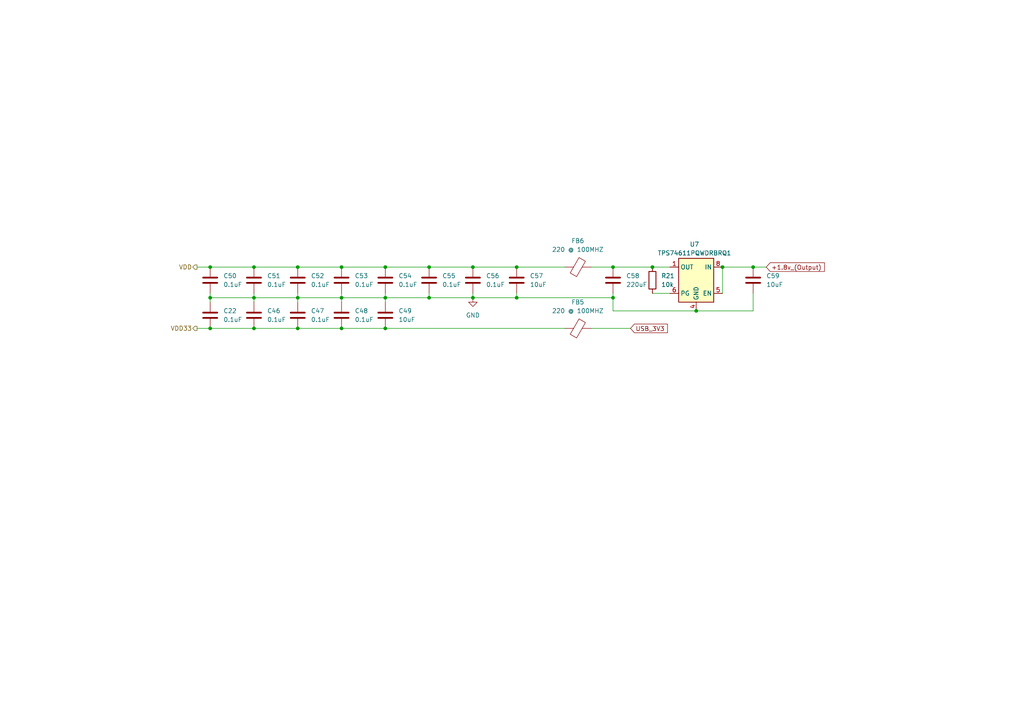
<source format=kicad_sch>
(kicad_sch (version 20250114) (generator "eeschema") (generator_version "9.0")
  (paper "A4")
  (lib_symbols
    (symbol "Device:C" (pin_numbers (hide yes)) (pin_names (offset 0.254))
      (property "Reference" "C" (at 0.635 2.54 0))
      (property "Value" "C" (at 0.635 -2.54 0))
      (symbol "C_0_1"
        (polyline (pts (xy -2.032 0.762) (xy 2.032 0.762)) (stroke (width 0.508)))
        (polyline (pts (xy -2.032 -0.762) (xy 2.032 -0.762)) (stroke (width 0.508)))
      )
      (symbol "C_1_1"
        (pin passive line (at 0 3.81 270) (length 2.794) (name "~") (number "1"))
        (pin passive line (at 0 -3.81 90) (length 2.794) (name "~") (number "2"))
      )
    )
    (symbol "Device:FerriteBead" (pin_numbers (hide yes)) (pin_names (offset 0))
      (property "Reference" "FB" (at -3.81 0.635 90))
      (property "Value" "FerriteBead" (at 3.81 0 90))
      (symbol "FerriteBead_0_1"
        (polyline (pts (xy -2.7686 0.4064) (xy -1.7018 2.2606) (xy 2.7686 -0.3048) (xy 1.6764 -2.159) (xy -2.7686 0.4064)))
        (polyline (pts (xy 0 1.27) (xy 0 1.2954)))
        (polyline (pts (xy 0 -1.27) (xy 0 -1.2192)))
      )
      (symbol "FerriteBead_1_1"
        (pin passive line (at 0 3.81 270) (length 2.54) (name "~") (number "1"))
        (pin passive line (at 0 -3.81 90) (length 2.54) (name "~") (number "2"))
      )
    )
    (symbol "Device:R" (pin_numbers (hide yes)) (pin_names (offset 0))
      (property "Reference" "R" (at 2.032 0 90))
      (property "Value" "R" (at 0 0 90))
      (symbol "R_0_1"
        (rectangle (start -1.016 -2.54) (end 1.016 2.54) (stroke (width 0.254)))
      )
      (symbol "R_1_1"
        (pin passive line (at 0 3.81 270) (length 1.27) (name "~") (number "1"))
        (pin passive line (at 0 -3.81 90) (length 1.27) (name "~") (number "2"))
      )
    )
    (symbol "Regulator_Linear:LM1117LD-1.8"
      (property "Reference" "U7" (at 0.508 11.684 0))
      (property "Value" "TPS74611PQWDRBRQ1" (at 0.508 9.144 0))
      (symbol "LM1117LD-1.8_0_1"
        (rectangle (start -5.08 7.62) (end 5.08 -5.08) (stroke (width 0.254)) (fill (type background)))
      )
      (symbol "LM1117LD-1.8_1_1"
        (pin power_in line (at -7.62 5.08 0) (length 2.54) (name "IN") (number "8"))
        (pin no_connect line (at -7.62 2.54 0) (length 2.54) (hide yes) (name "NC") (number "2"))
        (pin no_connect line (at -7.62 0 0) (length 2.54) (hide yes) (name "NC") (number "3"))
        (pin input line (at -7.62 -2.54 0) (length 2.54) (name "EN") (number "5"))
        (pin power_in line (at 0 -7.62 90) (length 2.54) (name "GND") (number "4"))
        (pin power_out line (at 7.62 5.08 180) (length 2.54) (name "OUT") (number "1"))
        (pin no_connect line (at 7.62 2.54 180) (length 2.54) (hide yes) (name "NC") (number "7"))
        (pin input line (at 7.62 -2.54 180) (length 2.54) (name "PG") (number "6"))
      )
    )
    (symbol "power:GND" (power) (pin_numbers (hide yes)) (pin_names (offset 0) (hide yes))
      (property "Value" "GND" (at 0 -3.81 0))
      (symbol "GND_0_1"
        (polyline (pts (xy 0 0) (xy 0 -1.27) (xy 1.27 -1.27) (xy 0 -2.54) (xy -1.27 -1.27) (xy 0 -1.27)))
      )
      (symbol "GND_1_1"
        (pin power_in line (at 0 0 270) (length 0) (name "~") (number "1"))
      )
    )
  )
  (junction (at 137.16 86.36))
  (junction (at 73.66 77.47))
  (junction (at 149.86 86.36))
  (junction (at 86.36 95.25))
  (junction (at 111.76 86.36))
  (junction (at 111.76 77.47))
  (junction (at 99.06 95.25))
  (junction (at 73.66 95.25))
  (junction (at 99.06 77.47))
  (junction (at 209.55 77.47))
  (junction (at 177.8 77.47))
  (junction (at 86.36 86.36))
  (junction (at 86.36 77.47))
  (junction (at 149.86 77.47))
  (junction (at 111.76 95.25))
  (junction (at 73.66 86.36))
  (junction (at 124.46 86.36))
  (junction (at 124.46 77.47))
  (junction (at 137.16 77.47))
  (junction (at 218.44 77.47))
  (junction (at 60.96 77.47))
  (junction (at 60.96 86.36))
  (junction (at 99.06 86.36))
  (junction (at 189.23 77.47))
  (junction (at 177.8 86.36))
  (junction (at 201.93 90.17))
  (junction (at 60.96 95.25))
  (wire (pts (xy 177.8 85.09) (xy 177.8 86.36)))
  (wire (pts (xy 149.86 86.36) (xy 149.86 85.09)))
  (wire (pts (xy 149.86 77.47) (xy 163.83 77.47)))
  (wire (pts (xy 218.44 77.47) (xy 209.55 77.47)))
  (wire (pts (xy 111.76 86.36) (xy 124.46 86.36)))
  (wire (pts (xy 60.96 77.47) (xy 73.66 77.47)))
  (wire (pts (xy 209.55 77.47) (xy 209.55 85.09)))
  (wire (pts (xy 189.23 77.47) (xy 194.31 77.47)))
  (wire (pts (xy 111.76 77.47) (xy 124.46 77.47)))
  (wire (pts (xy 149.86 86.36) (xy 177.8 86.36)))
  (wire (pts (xy 137.16 77.47) (xy 149.86 77.47)))
  (wire (pts (xy 111.76 85.09) (xy 111.76 86.36)))
  (wire (pts (xy 99.06 95.25) (xy 111.76 95.25)))
  (wire (pts (xy 124.46 77.47) (xy 137.16 77.47)))
  (wire (pts (xy 111.76 95.25) (xy 163.83 95.25)))
  (wire (pts (xy 222.25 77.47) (xy 218.44 77.47)))
  (wire (pts (xy 73.66 86.36) (xy 86.36 86.36)))
  (wire (pts (xy 137.16 85.09) (xy 137.16 86.36)))
  (wire (pts (xy 73.66 77.47) (xy 86.36 77.47)))
  (wire (pts (xy 99.06 86.36) (xy 99.06 87.63)))
  (wire (pts (xy 60.96 95.25) (xy 73.66 95.25)))
  (wire (pts (xy 177.8 86.36) (xy 177.8 90.17)))
  (wire (pts (xy 137.16 86.36) (xy 149.86 86.36)))
  (wire (pts (xy 171.45 77.47) (xy 177.8 77.47)))
  (wire (pts (xy 73.66 86.36) (xy 73.66 87.63)))
  (wire (pts (xy 99.06 85.09) (xy 99.06 86.36)))
  (wire (pts (xy 86.36 77.47) (xy 99.06 77.47)))
  (wire (pts (xy 124.46 85.09) (xy 124.46 86.36)))
  (wire (pts (xy 60.96 86.36) (xy 73.66 86.36)))
  (wire (pts (xy 86.36 86.36) (xy 99.06 86.36)))
  (wire (pts (xy 218.44 85.09) (xy 218.44 90.17)))
  (wire (pts (xy 86.36 85.09) (xy 86.36 86.36)))
  (wire (pts (xy 99.06 86.36) (xy 111.76 86.36)))
  (wire (pts (xy 111.76 86.36) (xy 111.76 87.63)))
  (wire (pts (xy 73.66 95.25) (xy 86.36 95.25)))
  (wire (pts (xy 60.96 86.36) (xy 60.96 87.63)))
  (wire (pts (xy 189.23 85.09) (xy 194.31 85.09)))
  (wire (pts (xy 124.46 86.36) (xy 137.16 86.36)))
  (wire (pts (xy 86.36 86.36) (xy 86.36 87.63)))
  (wire (pts (xy 57.15 77.47) (xy 60.96 77.47)))
  (wire (pts (xy 218.44 90.17) (xy 201.93 90.17)))
  (wire (pts (xy 171.45 95.25) (xy 182.88 95.25)))
  (wire (pts (xy 177.8 77.47) (xy 189.23 77.47)))
  (wire (pts (xy 73.66 85.09) (xy 73.66 86.36)))
  (wire (pts (xy 86.36 95.25) (xy 99.06 95.25)))
  (wire (pts (xy 99.06 77.47) (xy 111.76 77.47)))
  (wire (pts (xy 57.15 95.25) (xy 60.96 95.25)))
  (wire (pts (xy 177.8 90.17) (xy 201.93 90.17)))
  (wire (pts (xy 60.96 85.09) (xy 60.96 86.36)))
  (global_label "USB_3V3" (shape input) (at 182.88 95.25 0) (property "Intersheetrefs" "${INTERSHEET_REFS}" (effects (hide yes))))
  (global_label "+1.8v_(Output)" (shape input) (at 222.25 77.47 0) (property "Intersheetrefs" "${INTERSHEET_REFS}" (effects (hide yes))))
  (hierarchical_label "VDD" (shape output) (at 57.15 77.47 180))
  (hierarchical_label "VDD33" (shape output) (at 57.15 95.25 180))
  (symbol (lib_id "Device:C") (at 111.76 91.44 0) (unit 1)
    (property "Reference" "C49" (at 115.57 90.1699 0) (effects (justify left)))
    (property "Value" "10uF" (at 115.57 92.7099 0) (effects (justify left)))
    (property "Description" "Unpolarized capacitor" (effects (hide yes)))
  )
  (symbol (lib_id "Device:C") (at 73.66 91.44 0) (unit 1)
    (property "Reference" "C46" (at 77.47 90.1699 0) (effects (justify left)))
    (property "Value" "0.1uF" (at 77.47 92.7099 0) (effects (justify left)))
    (property "Description" "Unpolarized capacitor" (effects (hide yes)))
  )
  (symbol (lib_id "Device:C") (at 60.96 91.44 0) (unit 1)
    (property "Reference" "C22" (at 64.77 90.1699 0) (effects (justify left)))
    (property "Value" "0.1uF" (at 64.77 92.7099 0) (effects (justify left)))
    (property "Description" "Unpolarized capacitor" (effects (hide yes)))
  )
  (symbol (lib_id "Device:C") (at 137.16 81.28 0) (unit 1)
    (property "Reference" "C56" (at 140.97 80.0099 0) (effects (justify left)))
    (property "Value" "0.1uF" (at 140.97 82.5499 0) (effects (justify left)))
    (property "Description" "Unpolarized capacitor" (effects (hide yes)))
  )
  (symbol (lib_id "Device:C") (at 177.8 81.28 0) (unit 1)
    (property "Reference" "C58" (at 181.61 80.0099 0) (effects (justify left)))
    (property "Value" "220uF" (at 181.61 82.5499 0) (effects (justify left)))
    (property "Description" "Unpolarized capacitor" (effects (hide yes)))
  )
  (symbol (lib_id "Regulator_Linear:LM1117LD-1.8") (at 201.93 82.55 0) (mirror y) (unit 1)
    (property "Reference" "U7" (at 201.422 70.866 0))
    (property "Value" "TPS74611PQWDRBRQ1" (at 201.422 73.406 0))
    (property "Footprint" "Package_SON:VSON-8-1EP_3x3mm_P0.65mm_EP1.65x2.4mm_ThermalVias" (effects (hide yes)))
    (property "Datasheet" "https://www.ti.com/lit/ds/symlink/tps746-q1.pdf?ts=1760707302008&ref_url=https%253A%252F%252Fau.mouser.com%252F" (effects (hide yes)))
    (property "Description" "-40℃~+150℃@(Tj) 1 1.1V 1A 25uA 38dB@(100kHz) 53uVrms 6V 790mV@(1A) Fixed Positive Under Voltage Lockout SON-8(3x3) Voltage Regulators - Linear, Low Drop Out (LDO) Regulators ROHS" (effects (hide yes)))
  )
  (symbol (lib_id "Device:C") (at 218.44 81.28 0) (unit 1)
    (property "Reference" "C59" (at 222.25 80.0099 0) (effects (justify left)))
    (property "Value" "10uF" (at 222.25 82.5499 0) (effects (justify left)))
    (property "Description" "Unpolarized capacitor" (effects (hide yes)))
  )
  (symbol (lib_id "Device:C") (at 86.36 91.44 0) (unit 1)
    (property "Reference" "C47" (at 90.17 90.1699 0) (effects (justify left)))
    (property "Value" "0.1uF" (at 90.17 92.7099 0) (effects (justify left)))
    (property "Description" "Unpolarized capacitor" (effects (hide yes)))
  )
  (symbol (lib_id "Device:C") (at 99.06 91.44 0) (unit 1)
    (property "Reference" "C48" (at 102.87 90.1699 0) (effects (justify left)))
    (property "Value" "0.1uF" (at 102.87 92.7099 0) (effects (justify left)))
    (property "Description" "Unpolarized capacitor" (effects (hide yes)))
  )
  (symbol (lib_id "Device:FerriteBead") (at 167.64 95.25 90) (unit 1)
    (property "Reference" "FB5" (at 167.5892 87.63 90))
    (property "Value" "220 @ 100MHZ" (at 167.5892 90.17 90))
    (property "Description" "Ferrite bead" (effects (hide yes)))
  )
  (symbol (lib_id "Device:C") (at 124.46 81.28 0) (unit 1)
    (property "Reference" "C55" (at 128.27 80.0099 0) (effects (justify left)))
    (property "Value" "0.1uF" (at 128.27 82.5499 0) (effects (justify left)))
    (property "Description" "Unpolarized capacitor" (effects (hide yes)))
  )
  (symbol (lib_id "Device:C") (at 86.36 81.28 0) (unit 1)
    (property "Reference" "C52" (at 90.17 80.0099 0) (effects (justify left)))
    (property "Value" "0.1uF" (at 90.17 82.5499 0) (effects (justify left)))
    (property "Description" "Unpolarized capacitor" (effects (hide yes)))
  )
  (symbol (lib_id "Device:R") (at 189.23 81.28 0) (unit 1)
    (property "Reference" "R21" (at 191.77 80.0099 0) (effects (justify left)))
    (property "Value" "10k" (at 191.77 82.5499 0) (effects (justify left)))
    (property "Description" "Resistor" (effects (hide yes)))
  )
  (symbol (lib_id "Device:C") (at 99.06 81.28 0) (unit 1)
    (property "Reference" "C53" (at 102.87 80.0099 0) (effects (justify left)))
    (property "Value" "0.1uF" (at 102.87 82.5499 0) (effects (justify left)))
    (property "Description" "Unpolarized capacitor" (effects (hide yes)))
  )
  (symbol (lib_id "power:GND") (at 137.16 86.36 0) (unit 1)
    (property "Reference" "#PWR030" (effects (hide yes)))
    (property "Value" "GND" (at 137.16 91.44 0))
    (property "Description" "Power symbol creates a global label with name \"GND\" , ground" (effects (hide yes)))
  )
  (symbol (lib_id "Device:FerriteBead") (at 167.64 77.47 90) (unit 1)
    (property "Reference" "FB6" (at 167.5892 69.85 90))
    (property "Value" "220 @ 100MHZ" (at 167.5892 72.39 90))
    (property "Description" "Ferrite bead" (effects (hide yes)))
  )
  (symbol (lib_id "Device:C") (at 73.66 81.28 0) (unit 1)
    (property "Reference" "C51" (at 77.47 80.0099 0) (effects (justify left)))
    (property "Value" "0.1uF" (at 77.47 82.5499 0) (effects (justify left)))
    (property "Description" "Unpolarized capacitor" (effects (hide yes)))
  )
  (symbol (lib_id "Device:C") (at 111.76 81.28 0) (unit 1)
    (property "Reference" "C54" (at 115.57 80.0099 0) (effects (justify left)))
    (property "Value" "0.1uF" (at 115.57 82.5499 0) (effects (justify left)))
    (property "Description" "Unpolarized capacitor" (effects (hide yes)))
  )
  (symbol (lib_id "Device:C") (at 60.96 81.28 0) (unit 1)
    (property "Reference" "C50" (at 64.77 80.0099 0) (effects (justify left)))
    (property "Value" "0.1uF" (at 64.77 82.5499 0) (effects (justify left)))
    (property "Description" "Unpolarized capacitor" (effects (hide yes)))
  )
  (symbol (lib_id "Device:C") (at 149.86 81.28 0) (unit 1)
    (property "Reference" "C57" (at 153.67 80.0099 0) (effects (justify left)))
    (property "Value" "10uF" (at 153.67 82.5499 0) (effects (justify left)))
    (property "Description" "Unpolarized capacitor" (effects (hide yes)))
  )
)
</source>
